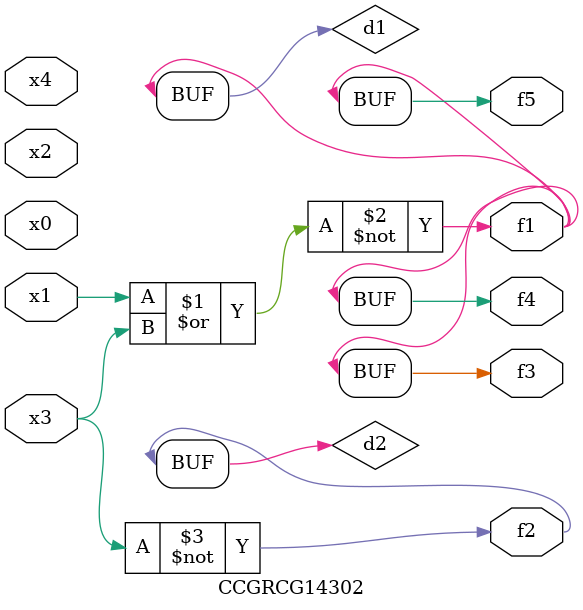
<source format=v>
module CCGRCG14302(
	input x0, x1, x2, x3, x4,
	output f1, f2, f3, f4, f5
);

	wire d1, d2;

	nor (d1, x1, x3);
	not (d2, x3);
	assign f1 = d1;
	assign f2 = d2;
	assign f3 = d1;
	assign f4 = d1;
	assign f5 = d1;
endmodule

</source>
